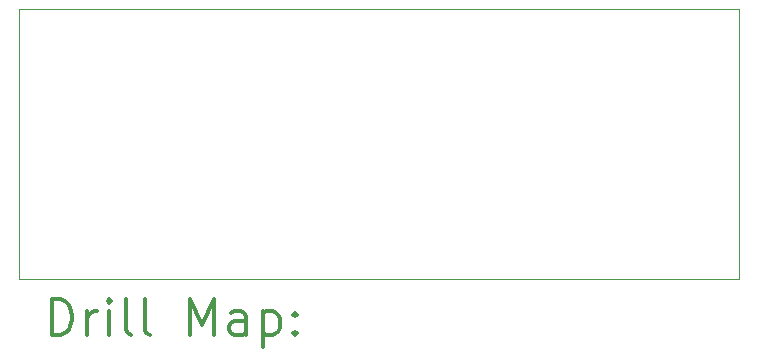
<source format=gbr>
%FSLAX45Y45*%
G04 Gerber Fmt 4.5, Leading zero omitted, Abs format (unit mm)*
G04 Created by KiCad (PCBNEW (5.1.6-0-10_14)) date 2021-01-24 09:19:25*
%MOMM*%
%LPD*%
G01*
G04 APERTURE LIST*
%TA.AperFunction,Profile*%
%ADD10C,0.100000*%
%TD*%
%ADD11C,0.200000*%
%ADD12C,0.300000*%
G04 APERTURE END LIST*
D10*
X17780000Y-9398000D02*
X11684000Y-9398000D01*
X17780000Y-11684000D02*
X17780000Y-9398000D01*
X11684000Y-11684000D02*
X17780000Y-11684000D01*
X11684000Y-9398000D02*
X11684000Y-11684000D01*
D11*
D12*
X11965428Y-12154714D02*
X11965428Y-11854714D01*
X12036857Y-11854714D01*
X12079714Y-11869000D01*
X12108286Y-11897571D01*
X12122571Y-11926143D01*
X12136857Y-11983286D01*
X12136857Y-12026143D01*
X12122571Y-12083286D01*
X12108286Y-12111857D01*
X12079714Y-12140429D01*
X12036857Y-12154714D01*
X11965428Y-12154714D01*
X12265428Y-12154714D02*
X12265428Y-11954714D01*
X12265428Y-12011857D02*
X12279714Y-11983286D01*
X12294000Y-11969000D01*
X12322571Y-11954714D01*
X12351143Y-11954714D01*
X12451143Y-12154714D02*
X12451143Y-11954714D01*
X12451143Y-11854714D02*
X12436857Y-11869000D01*
X12451143Y-11883286D01*
X12465428Y-11869000D01*
X12451143Y-11854714D01*
X12451143Y-11883286D01*
X12636857Y-12154714D02*
X12608286Y-12140429D01*
X12594000Y-12111857D01*
X12594000Y-11854714D01*
X12794000Y-12154714D02*
X12765428Y-12140429D01*
X12751143Y-12111857D01*
X12751143Y-11854714D01*
X13136857Y-12154714D02*
X13136857Y-11854714D01*
X13236857Y-12069000D01*
X13336857Y-11854714D01*
X13336857Y-12154714D01*
X13608286Y-12154714D02*
X13608286Y-11997571D01*
X13594000Y-11969000D01*
X13565428Y-11954714D01*
X13508286Y-11954714D01*
X13479714Y-11969000D01*
X13608286Y-12140429D02*
X13579714Y-12154714D01*
X13508286Y-12154714D01*
X13479714Y-12140429D01*
X13465428Y-12111857D01*
X13465428Y-12083286D01*
X13479714Y-12054714D01*
X13508286Y-12040429D01*
X13579714Y-12040429D01*
X13608286Y-12026143D01*
X13751143Y-11954714D02*
X13751143Y-12254714D01*
X13751143Y-11969000D02*
X13779714Y-11954714D01*
X13836857Y-11954714D01*
X13865428Y-11969000D01*
X13879714Y-11983286D01*
X13894000Y-12011857D01*
X13894000Y-12097571D01*
X13879714Y-12126143D01*
X13865428Y-12140429D01*
X13836857Y-12154714D01*
X13779714Y-12154714D01*
X13751143Y-12140429D01*
X14022571Y-12126143D02*
X14036857Y-12140429D01*
X14022571Y-12154714D01*
X14008286Y-12140429D01*
X14022571Y-12126143D01*
X14022571Y-12154714D01*
X14022571Y-11969000D02*
X14036857Y-11983286D01*
X14022571Y-11997571D01*
X14008286Y-11983286D01*
X14022571Y-11969000D01*
X14022571Y-11997571D01*
M02*

</source>
